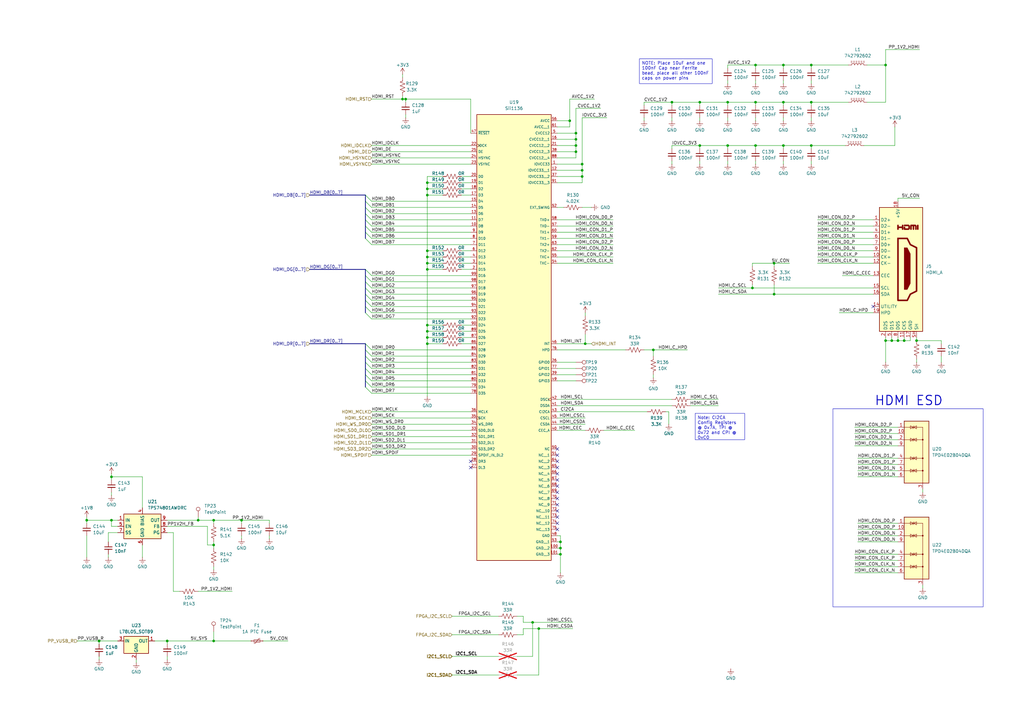
<source format=kicad_sch>
(kicad_sch (version 20231120) (generator "eeschema") (generator_version "8.0")
  (paper "A3")
  (title_block (title "HDMI Transmitter") (date "2024-10-14") (rev "1.0") (company "Drexel University") (comment 1 "Designed by John Hofmeyr"))
  (junction (at 275.59 41.91))
  (junction (at 309.88 26.67))
  (junction (at 332.74 59.69))
  (junction (at 236.22 59.69))
  (junction (at 99.06 213.36))
  (junction (at 175.26 80.01))
  (junction (at 238.76 67.31))
  (junction (at 363.22 139.7))
  (junction (at 87.63 223.52))
  (junction (at 309.88 59.69))
  (junction (at 308.61 118.11))
  (junction (at 175.26 110.49))
  (junction (at 363.22 26.67))
  (junction (at 236.22 57.15))
  (junction (at 166.37 40.64))
  (junction (at 317.5 107.95))
  (junction (at 68.58 262.89))
  (junction (at 287.02 41.91))
  (junction (at 45.72 195.58))
  (junction (at 321.31 41.91))
  (junction (at 321.31 26.67))
  (junction (at 40.64 262.89))
  (junction (at 238.76 69.85))
  (junction (at 267.97 143.51))
  (junction (at 175.26 105.41))
  (junction (at 298.45 59.69))
  (junction (at 81.28 213.36))
  (junction (at 321.31 59.69))
  (junction (at 375.92 139.7))
  (junction (at 370.84 139.7))
  (junction (at 175.26 135.89))
  (junction (at 332.74 41.91))
  (junction (at 175.26 140.97))
  (junction (at 317.5 120.65))
  (junction (at 229.87 227.33))
  (junction (at 165.1 40.64))
  (junction (at 233.68 49.53))
  (junction (at 35.56 213.36))
  (junction (at 45.72 213.36))
  (junction (at 236.22 62.23))
  (junction (at 309.88 41.91))
  (junction (at 236.22 54.61))
  (junction (at 229.87 224.79))
  (junction (at 368.3 139.7))
  (junction (at 229.87 222.25))
  (junction (at 218.44 255.27))
  (junction (at 175.26 77.47))
  (junction (at 332.74 26.67))
  (junction (at 238.76 72.39))
  (junction (at 87.63 262.89))
  (junction (at 287.02 59.69))
  (junction (at 240.03 140.97))
  (junction (at 175.26 138.43))
  (junction (at 175.26 74.93))
  (junction (at 365.76 139.7))
  (junction (at 175.26 107.95))
  (junction (at 298.45 41.91))
  (junction (at 175.26 133.35))
  (junction (at 87.63 213.36))
  (junction (at 220.98 257.81))
  (junction (at 175.26 102.87))
  (no_connect (at 228.6 201.93))
  (no_connect (at 228.6 196.85))
  (no_connect (at 228.6 207.01))
  (no_connect (at 228.6 186.69))
  (no_connect (at 228.6 194.31))
  (no_connect (at 228.6 214.63))
  (no_connect (at 228.6 199.39))
  (no_connect (at 228.6 217.17))
  (no_connect (at 228.6 189.23))
  (no_connect (at 228.6 184.15))
  (no_connect (at 228.6 191.77))
  (no_connect (at 193.04 191.77))
  (no_connect (at 228.6 212.09))
  (no_connect (at 193.04 189.23))
  (no_connect (at 228.6 209.55))
  (no_connect (at 358.14 125.73))
  (no_connect (at 228.6 204.47))
  (bus_entry (at 149.86 148.59) (size 2.54 2.54))
  (bus_entry (at 149.86 125.73) (size 2.54 2.54))
  (bus_entry (at 149.86 110.49) (size 2.54 2.54))
  (bus_entry (at 149.86 123.19) (size 2.54 2.54))
  (bus_entry (at 149.86 85.09) (size 2.54 2.54))
  (bus_entry (at 149.86 128.27) (size 2.54 2.54))
  (bus_entry (at 149.86 90.17) (size 2.54 2.54))
  (bus_entry (at 149.86 113.03) (size 2.54 2.54))
  (bus_entry (at 149.86 95.25) (size 2.54 2.54))
  (bus_entry (at 149.86 156.21) (size 2.54 2.54))
  (bus_entry (at 149.86 87.63) (size 2.54 2.54))
  (bus_entry (at 149.86 120.65) (size 2.54 2.54))
  (bus_entry (at 149.86 92.71) (size 2.54 2.54))
  (bus_entry (at 149.86 140.97) (size 2.54 2.54))
  (bus_entry (at 149.86 158.75) (size 2.54 2.54))
  (bus_entry (at 149.86 80.01) (size 2.54 2.54))
  (bus_entry (at 149.86 143.51) (size 2.54 2.54))
  (bus_entry (at 149.86 151.13) (size 2.54 2.54))
  (bus_entry (at 149.86 97.79) (size 2.54 2.54))
  (bus_entry (at 149.86 146.05) (size 2.54 2.54))
  (bus_entry (at 149.86 153.67) (size 2.54 2.54))
  (bus_entry (at 149.86 118.11) (size 2.54 2.54))
  (bus_entry (at 149.86 115.57) (size 2.54 2.54))
  (bus_entry (at 149.86 82.55) (size 2.54 2.54))
  (wire (pts (xy 236.22 59.69) (xy 236.22 57.15)))
  (wire (pts (xy 85.09 215.9) (xy 85.09 223.52)))
  (wire (pts (xy 175.26 74.93) (xy 181.61 74.93)))
  (wire (pts (xy 214.63 257.81) (xy 220.98 257.81)))
  (wire (pts (xy 233.68 40.64) (xy 243.84 40.64)))
  (wire (pts (xy 175.26 80.01) (xy 175.26 102.87)))
  (wire (pts (xy 228.6 69.85) (xy 238.76 69.85)))
  (wire (pts (xy 175.26 80.01) (xy 181.61 80.01)))
  (wire (pts (xy 228.6 168.91) (xy 265.43 168.91)))
  (wire (pts (xy 68.58 269.24) (xy 68.58 270.51)))
  (wire (pts (xy 298.45 26.67) (xy 298.45 27.94)))
  (wire (pts (xy 386.08 140.97) (xy 386.08 139.7)))
  (wire (pts (xy 175.26 105.41) (xy 175.26 107.95)))
  (wire (pts (xy 375.92 147.32) (xy 375.92 148.59)))
  (wire (pts (xy 321.31 66.04) (xy 321.31 67.31)))
  (wire (pts (xy 351.79 214.63) (xy 368.3 214.63)))
  (wire (pts (xy 267.97 143.51) (xy 281.94 143.51)))
  (wire (pts (xy 152.4 62.23) (xy 193.04 62.23)))
  (wire (pts (xy 228.6 49.53) (xy 233.68 49.53)))
  (wire (pts (xy 152.4 120.65) (xy 193.04 120.65)))
  (wire (pts (xy 321.31 48.26) (xy 321.31 49.53)))
  (wire (pts (xy 228.6 59.69) (xy 236.22 59.69)))
  (wire (pts (xy 175.26 105.41) (xy 181.61 105.41)))
  (wire (pts (xy 321.31 41.91) (xy 332.74 41.91)))
  (wire (pts (xy 228.6 54.61) (xy 236.22 54.61)))
  (wire (pts (xy 152.4 67.31) (xy 193.04 67.31)))
  (wire (pts (xy 321.31 59.69) (xy 332.74 59.69)))
  (bus (pts (xy 149.86 153.67) (xy 149.86 151.13)))
  (wire (pts (xy 351.79 190.5) (xy 368.3 190.5)))
  (wire (pts (xy 351.79 193.04) (xy 368.3 193.04)))
  (wire (pts (xy 87.63 259.08) (xy 87.63 262.89)))
  (wire (pts (xy 321.31 59.69) (xy 321.31 60.96)))
  (wire (pts (xy 236.22 62.23) (xy 236.22 59.69)))
  (bus (pts (xy 149.86 82.55) (xy 149.86 80.01)))
  (wire (pts (xy 189.23 110.49) (xy 193.04 110.49)))
  (wire (pts (xy 309.88 59.69) (xy 309.88 60.96)))
  (wire (pts (xy 58.42 195.58) (xy 58.42 208.28)))
  (wire (pts (xy 350.52 175.26) (xy 368.3 175.26)))
  (wire (pts (xy 378.46 240.03) (xy 378.46 241.3)))
  (wire (pts (xy 264.16 48.26) (xy 264.16 49.53)))
  (wire (pts (xy 85.09 223.52) (xy 87.63 223.52)))
  (bus (pts (xy 149.86 115.57) (xy 149.86 113.03)))
  (wire (pts (xy 212.09 269.24) (xy 218.44 269.24)))
  (wire (pts (xy 214.63 255.27) (xy 218.44 255.27)))
  (wire (pts (xy 220.98 257.81) (xy 234.95 257.81)))
  (wire (pts (xy 152.4 92.71) (xy 193.04 92.71)))
  (wire (pts (xy 68.58 262.89) (xy 87.63 262.89)))
  (wire (pts (xy 375.92 138.43) (xy 375.92 139.7)))
  (wire (pts (xy 351.79 187.96) (xy 368.3 187.96)))
  (wire (pts (xy 175.26 110.49) (xy 181.61 110.49)))
  (wire (pts (xy 351.79 222.25) (xy 368.3 222.25)))
  (wire (pts (xy 152.4 148.59) (xy 193.04 148.59)))
  (wire (pts (xy 298.45 59.69) (xy 309.88 59.69)))
  (wire (pts (xy 274.32 168.91) (xy 274.32 173.99)))
  (wire (pts (xy 321.31 26.67) (xy 321.31 27.94)))
  (wire (pts (xy 247.65 176.53) (xy 260.35 176.53)))
  (wire (pts (xy 40.64 262.89) (xy 40.64 264.16)))
  (wire (pts (xy 298.45 26.67) (xy 309.88 26.67)))
  (wire (pts (xy 368.3 82.55) (xy 368.3 81.28)))
  (bus (pts (xy 149.86 158.75) (xy 149.86 156.21)))
  (bus (pts (xy 149.86 120.65) (xy 149.86 118.11)))
  (wire (pts (xy 350.52 182.88) (xy 368.3 182.88)))
  (wire (pts (xy 309.88 33.02) (xy 309.88 34.29)))
  (wire (pts (xy 308.61 107.95) (xy 317.5 107.95)))
  (wire (pts (xy 185.42 276.86) (xy 204.47 276.86)))
  (wire (pts (xy 350.52 229.87) (xy 368.3 229.87)))
  (wire (pts (xy 229.87 227.33) (xy 229.87 234.95)))
  (wire (pts (xy 267.97 153.67) (xy 267.97 154.94)))
  (wire (pts (xy 99.06 213.36) (xy 99.06 214.63)))
  (wire (pts (xy 351.79 195.58) (xy 368.3 195.58)))
  (wire (pts (xy 152.4 125.73) (xy 193.04 125.73)))
  (bus (pts (xy 149.86 151.13) (xy 149.86 148.59)))
  (wire (pts (xy 321.31 26.67) (xy 332.74 26.67)))
  (wire (pts (xy 35.56 212.09) (xy 35.56 213.36)))
  (wire (pts (xy 193.04 40.64) (xy 193.04 54.61)))
  (bus (pts (xy 149.86 143.51) (xy 149.86 140.97)))
  (wire (pts (xy 152.4 161.29) (xy 193.04 161.29)))
  (wire (pts (xy 152.4 64.77) (xy 193.04 64.77)))
  (wire (pts (xy 152.4 128.27) (xy 193.04 128.27)))
  (wire (pts (xy 175.26 133.35) (xy 175.26 135.89)))
  (wire (pts (xy 212.09 276.86) (xy 220.98 276.86)))
  (wire (pts (xy 165.1 39.37) (xy 165.1 40.64)))
  (wire (pts (xy 189.23 140.97) (xy 193.04 140.97)))
  (wire (pts (xy 152.4 40.64) (xy 165.1 40.64)))
  (bus (pts (xy 127 140.97) (xy 149.86 140.97)))
  (wire (pts (xy 298.45 66.04) (xy 298.45 67.31)))
  (bus (pts (xy 149.86 95.25) (xy 149.86 92.71)))
  (wire (pts (xy 175.26 110.49) (xy 175.26 133.35)))
  (wire (pts (xy 287.02 59.69) (xy 298.45 59.69)))
  (wire (pts (xy 166.37 40.64) (xy 166.37 41.91)))
  (wire (pts (xy 335.28 95.25) (xy 358.14 95.25)))
  (wire (pts (xy 378.46 200.66) (xy 378.46 201.93)))
  (wire (pts (xy 354.33 59.69) (xy 367.03 59.69)))
  (wire (pts (xy 45.72 194.31) (xy 45.72 195.58)))
  (wire (pts (xy 355.6 26.67) (xy 363.22 26.67)))
  (wire (pts (xy 233.68 52.07) (xy 233.68 49.53)))
  (wire (pts (xy 287.02 48.26) (xy 287.02 49.53)))
  (wire (pts (xy 55.88 270.51) (xy 55.88 271.78)))
  (wire (pts (xy 45.72 215.9) (xy 45.72 213.36)))
  (wire (pts (xy 350.52 234.95) (xy 368.3 234.95)))
  (wire (pts (xy 175.26 74.93) (xy 175.26 77.47)))
  (wire (pts (xy 152.4 118.11) (xy 193.04 118.11)))
  (wire (pts (xy 370.84 139.7) (xy 373.38 139.7)))
  (wire (pts (xy 189.23 135.89) (xy 193.04 135.89)))
  (wire (pts (xy 236.22 54.61) (xy 236.22 44.45)))
  (wire (pts (xy 181.61 102.87) (xy 175.26 102.87)))
  (wire (pts (xy 332.74 48.26) (xy 332.74 49.53)))
  (wire (pts (xy 31.75 262.89) (xy 40.64 262.89)))
  (wire (pts (xy 298.45 33.02) (xy 298.45 34.29)))
  (wire (pts (xy 87.63 213.36) (xy 87.63 214.63)))
  (wire (pts (xy 283.21 166.37) (xy 294.64 166.37)))
  (wire (pts (xy 87.63 223.52) (xy 87.63 224.79)))
  (wire (pts (xy 236.22 57.15) (xy 236.22 54.61)))
  (wire (pts (xy 68.58 215.9) (xy 85.09 215.9)))
  (wire (pts (xy 152.4 151.13) (xy 193.04 151.13)))
  (wire (pts (xy 152.4 186.69) (xy 193.04 186.69)))
  (wire (pts (xy 152.4 153.67) (xy 193.04 153.67)))
  (wire (pts (xy 189.23 74.93) (xy 193.04 74.93)))
  (wire (pts (xy 228.6 173.99) (xy 240.03 173.99)))
  (wire (pts (xy 351.79 219.71) (xy 368.3 219.71)))
  (wire (pts (xy 321.31 41.91) (xy 321.31 43.18)))
  (wire (pts (xy 350.52 227.33) (xy 368.3 227.33)))
  (wire (pts (xy 273.05 168.91) (xy 274.32 168.91)))
  (wire (pts (xy 275.59 59.69) (xy 275.59 60.96)))
  (wire (pts (xy 363.22 26.67) (xy 363.22 41.91)))
  (wire (pts (xy 332.74 41.91) (xy 347.98 41.91)))
  (wire (pts (xy 229.87 224.79) (xy 229.87 227.33)))
  (wire (pts (xy 228.6 52.07) (xy 233.68 52.07)))
  (wire (pts (xy 308.61 109.22) (xy 308.61 107.95)))
  (wire (pts (xy 48.26 262.89) (xy 40.64 262.89)))
  (wire (pts (xy 309.88 66.04) (xy 309.88 67.31)))
  (wire (pts (xy 294.64 120.65) (xy 317.5 120.65)))
  (wire (pts (xy 287.02 66.04) (xy 287.02 67.31)))
  (wire (pts (xy 175.26 107.95) (xy 175.26 110.49)))
  (wire (pts (xy 236.22 153.67) (xy 228.6 153.67)))
  (wire (pts (xy 152.4 176.53) (xy 193.04 176.53)))
  (bus (pts (xy 149.86 156.21) (xy 149.86 153.67)))
  (wire (pts (xy 152.4 97.79) (xy 193.04 97.79)))
  (wire (pts (xy 175.26 135.89) (xy 175.26 138.43)))
  (wire (pts (xy 365.76 138.43) (xy 365.76 139.7)))
  (wire (pts (xy 175.26 140.97) (xy 181.61 140.97)))
  (wire (pts (xy 298.45 59.69) (xy 298.45 60.96)))
  (wire (pts (xy 175.26 102.87) (xy 175.26 105.41)))
  (wire (pts (xy 220.98 257.81) (xy 220.98 276.86)))
  (wire (pts (xy 81.28 212.09) (xy 81.28 213.36)))
  (wire (pts (xy 355.6 41.91) (xy 363.22 41.91)))
  (wire (pts (xy 152.4 123.19) (xy 193.04 123.19)))
  (bus (pts (xy 149.86 113.03) (xy 149.86 110.49)))
  (wire (pts (xy 332.74 26.67) (xy 347.98 26.67)))
  (bus (pts (xy 149.86 90.17) (xy 149.86 87.63)))
  (wire (pts (xy 166.37 40.64) (xy 193.04 40.64)))
  (wire (pts (xy 251.46 97.79) (xy 228.6 97.79)))
  (wire (pts (xy 275.59 66.04) (xy 275.59 67.31)))
  (wire (pts (xy 152.4 85.09) (xy 193.04 85.09)))
  (bus (pts (xy 149.86 123.19) (xy 149.86 120.65)))
  (wire (pts (xy 189.23 105.41) (xy 193.04 105.41)))
  (wire (pts (xy 152.4 95.25) (xy 193.04 95.25)))
  (wire (pts (xy 152.4 184.15) (xy 193.04 184.15)))
  (wire (pts (xy 185.42 260.35) (xy 204.47 260.35)))
  (wire (pts (xy 363.22 20.32) (xy 377.19 20.32)))
  (bus (pts (xy 149.86 128.27) (xy 149.86 125.73)))
  (wire (pts (xy 308.61 116.84) (xy 308.61 118.11)))
  (wire (pts (xy 87.63 222.25) (xy 87.63 223.52)))
  (wire (pts (xy 317.5 107.95) (xy 323.85 107.95)))
  (wire (pts (xy 332.74 66.04) (xy 332.74 67.31)))
  (wire (pts (xy 152.4 82.55) (xy 193.04 82.55)))
  (bus (pts (xy 149.86 92.71) (xy 149.86 90.17)))
  (wire (pts (xy 309.88 41.91) (xy 321.31 41.91)))
  (wire (pts (xy 335.28 92.71) (xy 358.14 92.71)))
  (wire (pts (xy 228.6 62.23) (xy 236.22 62.23)))
  (wire (pts (xy 309.88 26.67) (xy 309.88 27.94)))
  (wire (pts (xy 35.56 213.36) (xy 45.72 213.36)))
  (wire (pts (xy 228.6 85.09) (xy 231.14 85.09)))
  (wire (pts (xy 107.95 262.89) (xy 118.11 262.89)))
  (wire (pts (xy 251.46 105.41) (xy 228.6 105.41)))
  (wire (pts (xy 335.28 100.33) (xy 358.14 100.33)))
  (wire (pts (xy 321.31 33.02) (xy 321.31 34.29)))
  (wire (pts (xy 40.64 269.24) (xy 40.64 270.51)))
  (wire (pts (xy 275.59 41.91) (xy 275.59 43.18)))
  (wire (pts (xy 175.26 135.89) (xy 181.61 135.89)))
  (wire (pts (xy 283.21 163.83) (xy 294.64 163.83)))
  (wire (pts (xy 228.6 163.83) (xy 275.59 163.83)))
  (wire (pts (xy 238.76 69.85) (xy 238.76 72.39)))
  (wire (pts (xy 181.61 72.39) (xy 175.26 72.39)))
  (wire (pts (xy 175.26 107.95) (xy 181.61 107.95)))
  (wire (pts (xy 152.4 156.21) (xy 193.04 156.21)))
  (wire (pts (xy 236.22 151.13) (xy 228.6 151.13)))
  (wire (pts (xy 238.76 85.09) (xy 242.57 85.09)))
  (wire (pts (xy 212.09 260.35) (xy 214.63 260.35)))
  (wire (pts (xy 240.03 137.16) (xy 240.03 140.97)))
  (wire (pts (xy 81.28 213.36) (xy 87.63 213.36)))
  (wire (pts (xy 189.23 138.43) (xy 193.04 138.43)))
  (wire (pts (xy 228.6 57.15) (xy 236.22 57.15)))
  (wire (pts (xy 152.4 87.63) (xy 193.04 87.63)))
  (wire (pts (xy 45.72 201.93) (xy 45.72 203.2)))
  (wire (pts (xy 275.59 48.26) (xy 275.59 49.53)))
  (wire (pts (xy 294.64 118.11) (xy 308.61 118.11)))
  (wire (pts (xy 99.06 219.71) (xy 99.06 220.98)))
  (wire (pts (xy 233.68 40.64) (xy 233.68 49.53)))
  (wire (pts (xy 332.74 59.69) (xy 332.74 60.96)))
  (wire (pts (xy 45.72 195.58) (xy 45.72 196.85)))
  (wire (pts (xy 193.04 72.39) (xy 189.23 72.39)))
  (wire (pts (xy 175.26 77.47) (xy 175.26 80.01)))
  (wire (pts (xy 45.72 213.36) (xy 48.26 213.36)))
  (wire (pts (xy 228.6 171.45) (xy 240.03 171.45)))
  (wire (pts (xy 251.46 102.87) (xy 228.6 102.87)))
  (wire (pts (xy 228.6 166.37) (xy 275.59 166.37)))
  (wire (pts (xy 152.4 143.51) (xy 193.04 143.51)))
  (wire (pts (xy 309.88 48.26) (xy 309.88 49.53)))
  (bus (pts (xy 127 80.01) (xy 149.86 80.01)))
  (wire (pts (xy 240.03 128.27) (xy 240.03 129.54)))
  (wire (pts (xy 152.4 100.33) (xy 193.04 100.33)))
  (wire (pts (xy 228.6 143.51) (xy 256.54 143.51)))
  (wire (pts (xy 228.6 140.97) (xy 240.03 140.97)))
  (wire (pts (xy 368.3 138.43) (xy 368.3 139.7)))
  (wire (pts (xy 214.63 260.35) (xy 214.63 257.81)))
  (wire (pts (xy 228.6 219.71) (xy 229.87 219.71)))
  (wire (pts (xy 287.02 41.91) (xy 298.45 41.91)))
  (wire (pts (xy 332.74 33.02) (xy 332.74 34.29)))
  (wire (pts (xy 181.61 133.35) (xy 175.26 133.35)))
  (bus (pts (xy 149.86 118.11) (xy 149.86 115.57)))
  (wire (pts (xy 368.3 139.7) (xy 370.84 139.7)))
  (wire (pts (xy 189.23 107.95) (xy 193.04 107.95)))
  (wire (pts (xy 152.4 173.99) (xy 193.04 173.99)))
  (bus (pts (xy 149.86 97.79) (xy 149.86 95.25)))
  (wire (pts (xy 35.56 213.36) (xy 35.56 214.63)))
  (wire (pts (xy 71.12 242.57) (xy 71.12 218.44)))
  (wire (pts (xy 332.74 41.91) (xy 332.74 43.18)))
  (wire (pts (xy 236.22 156.21) (xy 228.6 156.21)))
  (wire (pts (xy 165.1 40.64) (xy 166.37 40.64)))
  (wire (pts (xy 363.22 139.7) (xy 363.22 148.59)))
  (wire (pts (xy 73.66 242.57) (xy 71.12 242.57)))
  (wire (pts (xy 81.28 242.57) (xy 95.25 242.57)))
  (bus (pts (xy 149.86 146.05) (xy 149.86 143.51)))
  (wire (pts (xy 370.84 138.43) (xy 370.84 139.7)))
  (wire (pts (xy 309.88 59.69) (xy 321.31 59.69)))
  (bus (pts (xy 149.86 87.63) (xy 149.86 85.09)))
  (wire (pts (xy 251.46 90.17) (xy 228.6 90.17)))
  (bus (pts (xy 127 110.49) (xy 149.86 110.49)))
  (wire (pts (xy 317.5 120.65) (xy 358.14 120.65)))
  (wire (pts (xy 238.76 74.93) (xy 238.76 72.39)))
  (wire (pts (xy 363.22 139.7) (xy 365.76 139.7)))
  (wire (pts (xy 350.52 177.8) (xy 368.3 177.8)))
  (wire (pts (xy 335.28 97.79) (xy 358.14 97.79)))
  (wire (pts (xy 152.4 130.81) (xy 193.04 130.81)))
  (wire (pts (xy 165.1 30.48) (xy 165.1 31.75)))
  (wire (pts (xy 251.46 95.25) (xy 228.6 95.25)))
  (wire (pts (xy 228.6 67.31) (xy 238.76 67.31)))
  (wire (pts (xy 229.87 219.71) (xy 229.87 222.25)))
  (wire (pts (xy 335.28 90.17) (xy 358.14 90.17)))
  (wire (pts (xy 345.44 113.03) (xy 358.14 113.03)))
  (wire (pts (xy 218.44 255.27) (xy 234.95 255.27)))
  (wire (pts (xy 344.17 128.27) (xy 358.14 128.27)))
  (wire (pts (xy 228.6 74.93) (xy 238.76 74.93)))
  (wire (pts (xy 152.4 181.61) (xy 193.04 181.61)))
  (wire (pts (xy 350.52 232.41) (xy 368.3 232.41)))
  (wire (pts (xy 152.4 171.45) (xy 193.04 171.45)))
  (wire (pts (xy 58.42 223.52) (xy 58.42 228.6)))
  (wire (pts (xy 152.4 59.69) (xy 193.04 59.69)))
  (wire (pts (xy 110.49 213.36) (xy 110.49 214.63)))
  (wire (pts (xy 287.02 41.91) (xy 287.02 43.18)))
  (wire (pts (xy 48.26 218.44) (xy 44.45 218.44)))
  (wire (pts (xy 317.5 116.84) (xy 317.5 120.65)))
  (wire (pts (xy 298.45 41.91) (xy 309.88 41.91)))
  (wire (pts (xy 152.4 179.07) (xy 193.04 179.07)))
  (wire (pts (xy 228.6 72.39) (xy 238.76 72.39)))
  (wire (pts (xy 228.6 227.33) (xy 229.87 227.33)))
  (wire (pts (xy 351.79 217.17) (xy 368.3 217.17)))
  (wire (pts (xy 228.6 224.79) (xy 229.87 224.79)))
  (wire (pts (xy 44.45 218.44) (xy 44.45 222.25)))
  (wire (pts (xy 212.09 252.73) (xy 214.63 252.73)))
  (wire (pts (xy 193.04 133.35) (xy 189.23 133.35)))
  (wire (pts (xy 287.02 59.69) (xy 287.02 60.96)))
  (wire (pts (xy 152.4 146.05) (xy 193.04 146.05)))
  (wire (pts (xy 335.28 105.41) (xy 358.14 105.41)))
  (wire (pts (xy 68.58 213.36) (xy 81.28 213.36)))
  (wire (pts (xy 193.04 102.87) (xy 189.23 102.87)))
  (wire (pts (xy 45.72 195.58) (xy 58.42 195.58)))
  (wire (pts (xy 87.63 232.41) (xy 87.63 233.68)))
  (wire (pts (xy 175.26 72.39) (xy 175.26 74.93)))
  (wire (pts (xy 175.26 138.43) (xy 175.26 140.97)))
  (wire (pts (xy 175.26 140.97) (xy 175.26 162.56)))
  (wire (pts (xy 363.22 20.32) (xy 363.22 26.67)))
  (wire (pts (xy 275.59 59.69) (xy 287.02 59.69)))
  (wire (pts (xy 386.08 146.05) (xy 386.08 148.59)))
  (wire (pts (xy 99.06 213.36) (xy 110.49 213.36)))
  (wire (pts (xy 68.58 264.16) (xy 68.58 262.89)))
  (wire (pts (xy 44.45 227.33) (xy 44.45 228.6)))
  (wire (pts (xy 236.22 148.59) (xy 228.6 148.59)))
  (wire (pts (xy 264.16 41.91) (xy 264.16 43.18)))
  (wire (pts (xy 251.46 100.33) (xy 228.6 100.33)))
  (wire (pts (xy 332.74 59.69) (xy 346.71 59.69)))
  (wire (pts (xy 229.87 222.25) (xy 229.87 224.79)))
  (bus (pts (xy 149.86 125.73) (xy 149.86 123.19)))
  (wire (pts (xy 214.63 252.73) (xy 214.63 255.27)))
  (wire (pts (xy 175.26 77.47) (xy 181.61 77.47)))
  (wire (pts (xy 298.45 48.26) (xy 298.45 49.53)))
  (wire (pts (xy 87.63 262.89) (xy 102.87 262.89)))
  (wire (pts (xy 264.16 143.51) (xy 267.97 143.51)))
  (wire (pts (xy 363.22 138.43) (xy 363.22 139.7)))
  (wire (pts (xy 317.5 107.95) (xy 317.5 109.22)))
  (wire (pts (xy 264.16 41.91) (xy 275.59 41.91)))
  (bus (pts (xy 149.86 85.09) (xy 149.86 82.55)))
  (wire (pts (xy 368.3 81.28) (xy 377.19 81.28)))
  (wire (pts (xy 365.76 139.7) (xy 368.3 139.7)))
  (wire (pts (xy 228.6 222.25) (xy 229.87 222.25)))
  (wire (pts (xy 35.56 219.71) (xy 35.56 228.6)))
  (wire (pts (xy 152.4 168.91) (xy 193.04 168.91)))
  (wire (pts (xy 175.26 138.43) (xy 181.61 138.43)))
  (wire (pts (xy 152.4 158.75) (xy 193.04 158.75)))
  (wire (pts (xy 218.44 255.27) (xy 218.44 269.24)))
  (wire (pts (xy 332.74 26.67) (xy 332.74 27.94)))
  (wire (pts (xy 308.61 118.11) (xy 358.14 118.11)))
  (wire (pts (xy 166.37 46.99) (xy 166.37 48.26)))
  (wire (pts (xy 87.63 213.36) (xy 99.06 213.36)))
  (wire (pts (xy 185.42 269.24) (xy 204.47 269.24)))
  (wire (pts (xy 110.49 219.71) (xy 110.49 220.98)))
  (wire (pts (xy 152.4 90.17) (xy 193.04 90.17)))
  (bus (pts (xy 149.86 148.59) (xy 149.86 146.05)))
  (wire (pts (xy 189.23 77.47) (xy 193.04 77.47)))
  (wire (pts (xy 228.6 176.53) (xy 240.03 176.53)))
  (wire (pts (xy 267.97 143.51) (xy 267.97 146.05)))
  (wire (pts (xy 48.26 215.9) (xy 45.72 215.9)))
  (wire (pts (xy 298.45 41.91) (xy 298.45 43.18)))
  (wire (pts (xy 152.4 115.57) (xy 193.04 115.57)))
  (wire (pts (xy 367.03 52.07) (xy 367.03 59.69)))
  (wire (pts (xy 335.28 102.87) (xy 358.14 102.87)))
  (wire (pts (xy 373.38 138.43) (xy 373.38 139.7)))
  (wire (pts (xy 236.22 64.77) (xy 236.22 62.23)))
  (wire (pts (xy 350.52 180.34) (xy 368.3 180.34)))
  (wire (pts (xy 240.03 140.97) (xy 242.57 140.97)))
  (wire (pts (xy 63.5 262.89) (xy 68.58 262.89)))
  (wire (pts (xy 185.42 252.73) (xy 204.47 252.73)))
  (wire (pts (xy 309.88 41.91) (xy 309.88 43.18)))
  (wire (pts (xy 335.28 107.95) (xy 358.14 107.95)))
  (wire (pts (xy 309.88 26.67) (xy 321.31 26.67)))
  (wire (pts (xy 228.6 64.77) (xy 236.22 64.77)))
  (wire (pts (xy 251.46 107.95) (xy 228.6 107.95)))
  (wire (pts (xy 275.59 41.91) (xy 287.02 41.91)))
  (wire (pts (xy 152.4 113.03) (xy 193.04 113.03)))
  (wire (pts (xy 71.12 218.44) (xy 68.58 218.44)))
  (wire (pts (xy 251.46 92.71) (xy 228.6 92.71)))
  (wire (pts (xy 238.76 48.26) (xy 248.92 48.26)))
  (wire (pts (xy 238.76 67.31) (xy 238.76 69.85)))
  (wire (pts (xy 386.08 139.7) (xy 375.92 139.7)))
  (wire (pts (xy 236.22 44.45) (xy 246.38 44.45)))
  (wire (pts (xy 238.76 67.31) (xy 238.76 48.26)))
  (wire (pts (xy 189.23 80.01) (xy 193.04 80.01)))
  (rectangle (start 341.63 167.64) (end 403.225 248.92))
  (text_box "Note: CI2CA Config Registers @ 0x7A, TPI @ 0x72 and CPI @ 0xC0" (at 285.115 169.545 0) (size 20.32 10.795) (effects (font (size 1.27 1.27)) (justify left top)))
  (text_box "NOTE: Place 10uF and one 100nF Cap near Ferrite bead, place all other 100nF caps on power pins\n" (at 262.255 24.13 0) (size 29.845 10.16) (effects (font (size 1.27 1.27)) (justify left top)))
  (text "HDMI ESD" (at 372.745 164.465 0) (effects (font (size 3.81 3.81) (thickness 0.381) (bold yes))))
  (label "HDMI_CON_D1_N" (at 351.79 193.04 0))
  (label "HDMI_SD0_DL0" (at 152.4 176.53 0))
  (label "HDMI_CSCL" (at 240.03 171.45 180))
  (label "HDMI_C_HPD" (at 344.17 128.27 0))
  (label "5V_CON" (at 118.11 262.89 180))
  (label "HDMI_DR0" (at 152.4 143.51 0))
  (label "HDMI_SPDIF" (at 152.4 186.69 0))
  (label "HDMI_C_SCL" (at 294.64 163.83 180))
  (label "PP_1V2_HDMI" (at 95.25 213.36 0))
  (label "HDMI_CON_D0_P" (at 351.79 214.63 0))
  (label "HDMI_CON_D1_N" (at 335.28 97.79 0))
  (label "HDMI_C_SDA" (at 294.64 120.65 0))
  (label "HDMI_DR5" (at 152.4 156.21 0))
  (label "HDMI_CON_D2_P" (at 350.52 175.26 0))
  (label "HDMI_DG0" (at 152.4 113.03 0))
  (label "HDMI_CON_CLK_N" (at 350.52 232.41 0))
  (label "HDMI_DR3" (at 152.4 151.13 0))
  (label "HDMI_SDA" (at 229.87 166.37 0))
  (label "HDMI_CEC" (at 238.76 176.53 180))
  (label "HDMI_CON_D2_N" (at 335.28 92.71 0))
  (label "CVCC_1V2" (at 264.16 41.91 0))
  (label "HDMI_SD3_DR2" (at 152.4 184.15 0))
  (label "HDMI_CON_CLK_P" (at 350.52 227.33 0))
  (label "HDMI_CON_D2_P" (at 350.52 177.8 0))
  (label "HDMI_CON_D2_P" (at 335.28 90.17 0))
  (label "HDMI_DB3" (at 152.4 90.17 0))
  (label "HDMI_DE" (at 152.4 62.23 0))
  (label "HDMI_CON_CLK_N" (at 335.28 107.95 0))
  (label "HDMI_DG1" (at 152.4 115.57 0))
  (label "5V_CON" (at 323.85 107.95 180))
  (label "PP_1V2_HDMI" (at 95.25 242.57 180))
  (label "HDMI_DR7" (at 152.4 161.29 0))
  (label "HDMI_DR4" (at 152.4 153.67 0))
  (label "HDMI_C_SCL" (at 294.64 118.11 0))
  (label "HDMI_HSYNC" (at 152.4 64.77 0))
  (label "HDMI_CON_D1_P" (at 351.79 190.5 0))
  (label "I2C1_SCL" (at 186.69 269.24 0) (effects (font (bold yes))))
  (label "HDMI_CON_D2_P" (at 251.46 100.33 180))
  (label "HDMI_DG[0..7]" (at 127 110.49 0))
  (label "HDMI_WS_DR0" (at 152.4 173.99 0))
  (label "Ci2CA" (at 229.87 168.91 0))
  (label "AVCC_1V2" (at 243.84 40.64 180))
  (label "HDMI_DB2" (at 152.4 87.63 0))
  (label "HDMI_CON_D0_P" (at 351.79 217.17 0))
  (label "HDMI_DB[0..7]" (at 127 80.01 0))
  (label "IOVCC_3V3" (at 248.92 48.26 180))
  (label "HDMI_CON_D1_N" (at 251.46 97.79 180))
  (label "AVCC_1V2" (at 298.45 26.67 0))
  (label "HDMI_CON_D0_P" (at 251.46 90.17 180))
  (label "HDMI_CON_D1_P" (at 251.46 95.25 180))
  (label "HDMI_CON_CLK_P" (at 251.46 105.41 180))
  (label "PP1V2H_FB" (at 68.58 215.9 0))
  (label "HDMI_CON_CLK_N" (at 251.46 107.95 180))
  (label "HDMI_CON_D0_N" (at 351.79 219.71 0))
  (label "HDMI_CSCL" (at 234.95 255.27 180))
  (label "HDMI_SD2_DL1" (at 152.4 181.61 0))
  (label "HDMI_C_CEC" (at 345.44 113.03 0))
  (label "HDMI_SD1_DR1" (at 152.4 179.07 0))
  (label "HDMI_DB7" (at 152.4 100.33 0))
  (label "HDMI_DR2" (at 152.4 148.59 0))
  (label "IOVCC_3V3" (at 275.59 59.69 0))
  (label "HDMI_DB0" (at 152.4 82.55 0))
  (label "HDMI_C_HPD" (at 281.94 143.51 180))
  (label "I2C1_SDA" (at 186.69 276.86 0) (effects (font (bold yes))))
  (label "5V_SYS" (at 85.09 262.89 180))
  (label "HDMI_CON_D2_N" (at 350.52 182.88 0))
  (label "HDMI_DG3" (at 152.4 120.65 0))
  (label "HDMI_SCK" (at 152.4 171.45 0))
  (label "HDMI_CON_D0_N" (at 251.46 92.71 180))
  (label "HDMI_DR[0..7]" (at 127 140.97 0))
  (label "HDMI_C_SDA" (at 294.64 166.37 180))
  (label "HDMI_CSDA" (at 240.03 173.99 180))
  (label "HDMI_DB1" (at 152.4 85.09 0))
  (label "HDMI_CON_CLK_P" (at 350.52 229.87 0))
  (label "HDMI_CON_D0_N" (at 351.79 222.25 0))
  (label "HDMI_CON_D2_N" (at 350.52 180.34 0))
  (label "HDMI_DG4" (at 152.4 123.19 0))
  (label "HDMI_IDCLK" (at 152.4 59.69 0))
  (label "FPGA_I2C_SCL" (at 187.96 252.73 0))
  (label "HDMI_DR1" (at 152.4 146.05 0))
  (label "HDMI_INT" (at 229.87 140.97 0))
  (label "HDMI_CON_D1_N" (at 351.79 195.58 0))
  (label "CVCC_1V2" (at 246.38 44.45 180))
  (label "HDMI_DG2" (at 152.4 118.11 0))
  (label "HDMI_CSDA" (at 234.95 257.81 180))
  (label "HDMI_CON_D1_P" (at 351.79 187.96 0))
  (label "HDMI_C_CEC" (at 260.35 176.53 180))
  (label "HDMI_CON_D2_N" (at 251.46 102.87 180))
  (label "HDMI_CON_D1_P" (at 335.28 95.25 0))
  (label "HDMI_SCL" (at 229.87 163.83 0))
  (label "HDMI_MCLK" (at 152.4 168.91 0))
  (label "5V_CON" (at 377.19 81.28 180))
  (label "HDMI_CON_CLK_N" (at 350.52 234.95 0))
  (label "HDMI_CON_D0_P" (at 335.28 100.33 0))
  (label "PP_1V2_HDMI" (at 377.19 20.32 180))
  (label "HDMI_DB4" (at 152.4 92.71 0))
  (label "PP_VUSB_R" (at 31.75 262.89 0))
  (label "HDMI_DG7" (at 152.4 130.81 0))
  (label "HDMI_DR6" (at 152.4 158.75 0))
  (label "HDMI_VSYNC" (at 152.4 67.31 0))
  (label "HDMI_DG6" (at 152.4 128.27 0))
  (label "HDMI_RST" (at 152.4 40.64 0))
  (label "HDMI_DB5" (at 152.4 95.25 0))
  (label "HDMI_DG5" (at 152.4 125.73 0))
  (label "FPGA_I2C_SDA" (at 187.96 260.35 0))
  (label "HDMI_DB6" (at 152.4 97.79 0))
  (label "HDMI_CON_CLK_P" (at 335.28 105.41 0))
  (label "HDMI_CON_D0_N" (at 335.28 102.87 0))
  (hierarchical_label "HDMI_DR[0..7]" (shape input) (at 127 140.97 180))
  (hierarchical_label "FPGA_I2C_SDA" (shape input) (at 185.42 260.35 180))
  (hierarchical_label "I2C1_SCL" (shape input) (at 185.42 269.24 180) (effects (font (bold yes))))
  (hierarchical_label "PP_VUSB_R" (shape input) (at 31.75 262.89 180))
  (hierarchical_label "HDMI_SD3_DR2" (shape input) (at 152.4 184.15 180))
  (hierarchical_label "HDMI_DG[0..7]" (shape input) (at 127 110.49 180))
  (hierarchical_label "HDMI_DE" (shape input) (at 152.4 62.23 180))
  (hierarchical_label "I2C1_SDA" (shape input) (at 185.42 276.86 180) (effects (font (bold yes))))
  (hierarchical_label "HDMI_MCLK" (shape input) (at 152.4 168.91 180))
  (hierarchical_label "HDMI_SD1_DR1" (shape input) (at 152.4 179.07 180))
  (hierarchical_label "HDMI_INT" (shape input) (at 242.57 140.97 0))
  (hierarchical_label "HDMI_RST" (shape input) (at 152.4 40.64 180))
  (hierarchical_label "HDMI_WS_DR0" (shape input) (at 152.4 173.99 180))
  (hierarchical_label "HDMI_SD0_DL0" (shape input) (at 152.4 176.53 180))
  (hierarchical_label "HDMI_SD2_DL1" (shape input) (at 152.4 181.61 180))
  (hierarchical_label "HDMI_VSYNC" (shape input) (at 152.4 67.31 180))
  (hierarchical_label "HDMI_IDCLK" (shape input) (at 152.4 59.69 180))
  (hierarchical_label "HDMI_HSYNC" (shape input) (at 152.4 64.77 180))
  (hierarchical_label "HDMI_DB[0..7]" (shape input) (at 127 80.01 180))
  (hierarchical_label "HDMI_SCK" (shape input) (at 152.4 171.45 180))
  (hierarchical_label "HDMI_SPDIF" (shape input) (at 152.4 186.69 180))
  (hierarchical_label "FPGA_I2C_SCL" (shape input) (at 185.42 252.73 180))
  (symbol (lib_id "power:GND") (at 87.63 233.68 0) (unit 1)
    (property "Reference" "#PWR0303" (effects (hide yes)))
    (property "Value" "GND" (at 87.63 237.49 0))
    (property "Description" "Power symbol creates a global label with name \"GND\" , ground" (effects (hide yes)))
  )
  (symbol (lib_id "power:GND") (at 35.56 228.6 0) (unit 1)
    (property "Reference" "#PWR0300" (effects (hide yes)))
    (property "Value" "GND" (at 35.56 232.41 0))
    (property "Description" "Power symbol creates a global label with name \"GND\" , ground" (effects (hide yes)))
  )
  (symbol (lib_id "Device:R_US") (at 185.42 77.47 270) (unit 1)
    (property "Reference" "R150" (at 179.705 76.2 90))
    (property "Value" "0R" (at 189.23 76.2 90))
    (property "Footprint" "Resistor_SMD:R_0201_0603Metric" (effects (hide yes)))
    (property "Description" "Resistor, US symbol" (effects (hide yes)))
  )
  (symbol (lib_id "Device:L_Ferrite") (at 351.79 26.67 90) (unit 1)
    (property "Reference" "L1" (at 351.79 20.32 90))
    (property "Value" "742792602" (at 351.79 22.86 90))
    (property "Footprint" "Inductor_SMD:L_0603_1608Metric" (effects (hide yes)))
    (property "Description" "Inductor with ferrite core" (effects (hide yes)))
  )
  (symbol (lib_id "power:GND") (at 309.88 34.29 0) (unit 1)
    (property "Reference" "#PWR0268" (effects (hide yes)))
    (property "Value" "GND" (at 309.88 38.1 0))
    (property "Description" "Power symbol creates a global label with name \"GND\" , ground" (effects (hide yes)))
  )
  (symbol (lib_id "Device:C_Small") (at 68.58 266.7 180) (unit 1)
    (property "Reference" "C149" (at 71.12 265.4235 0) (effects (justify right)))
    (property "Value" "100nF" (at 71.12 267.9635 0) (effects (justify right)))
    (property "Footprint" "Capacitor_SMD:C_0201_0603Metric" (effects (hide yes)))
    (property "Description" "Unpolarized capacitor, small symbol" (effects (hide yes)))
  )
  (symbol (lib_id "Device:C_Small") (at 40.64 266.7 0) (unit 1)
    (property "Reference" "C148" (at 43.18 265.4362 0) (effects (justify left)))
    (property "Value" "1uF" (at 43.18 267.9762 0) (effects (justify left)))
    (property "Footprint" "Capacitor_SMD:C_0201_0603Metric" (effects (hide yes)))
    (property "Description" "Unpolarized capacitor, small symbol" (effects (hide yes)))
  )
  (symbol (lib_id "power:GND") (at 363.22 148.59 0) (unit 1)
    (property "Reference" "#PWR0288" (effects (hide yes)))
    (property "Value" "GND" (at 363.22 152.4 0))
    (property "Description" "Power symbol creates a global label with name \"GND\" , ground" (effects (hide yes)))
  )
  (symbol (lib_id "Device:C_Small") (at 332.74 63.5 0) (unit 1)
    (property "Reference" "C141" (at 335.28 62.2362 0) (effects (justify left)))
    (property "Value" "10uF" (at 335.28 64.7762 0) (effects (justify left)))
    (property "Footprint" "Capacitor_SMD:C_0603_1608Metric" (effects (hide yes)))
    (property "Description" "Unpolarized capacitor, small symbol" (effects (hide yes)))
  )
  (symbol (lib_id "power:+1V8") (at 35.56 212.09 0) (unit 1)
    (property "Reference" "#PWR0297" (effects (hide yes)))
    (property "Value" "+1V8" (at 35.56 208.28 0))
    (property "Description" "Power symbol creates a global label with name \"+1V8\"" (effects (hide yes)))
  )
  (symbol (lib_id "Regulator_Linear:L78L05_SOT89") (at 55.88 262.89 0) (unit 1)
    (property "Reference" "U23" (at 55.88 256.54 0))
    (property "Value" "L78L05_SOT89" (at 55.88 259.08 0))
    (property "Footprint" "Package_TO_SOT_SMD:SOT-89-3" (effects (hide yes)))
    (property "Datasheet" "http://www.st.com/content/ccc/resource/technical/document/datasheet/15/55/e5/aa/23/5b/43/fd/CD00000446.pdf/files/CD00000446.pdf/jcr:content/translations/en.CD00000446.pdf" (effects (hide yes)))
    (property "Description" "Positive 100mA 30V Linear Regulator, Fixed Output 5V, SOT-89" (effects (hide yes)))
  )
  (symbol (lib_id "Device:R_US") (at 185.42 140.97 270) (unit 1)
    (property "Reference" "R159" (at 179.705 139.7 90))
    (property "Value" "0R" (at 189.23 139.7 90))
    (property "Footprint" "Resistor_SMD:R_0201_0603Metric" (effects (hide yes)))
    (property "Description" "Resistor, US symbol" (effects (hide yes)))
  )
  (symbol (lib_id "Device:C_Small") (at 386.08 143.51 0) (unit 1)
    (property "Reference" "C142" (at 388.62 142.2462 0) (effects (justify left)))
    (property "Value" "10nF" (at 388.62 144.7862 0) (effects (justify left)))
    (property "Footprint" "Capacitor_SMD:C_0201_0603Metric" (effects (hide yes)))
    (property "Description" "Unpolarized capacitor, small symbol" (effects (hide yes)))
  )
  (symbol (lib_id "power:GND") (at 309.88 49.53 0) (unit 1)
    (property "Reference" "#PWR0276" (effects (hide yes)))
    (property "Value" "GND" (at 309.88 53.34 0))
    (property "Description" "Power symbol creates a global label with name \"GND\" , ground" (effects (hide yes)))
  )
  (symbol (lib_id "Device:C_Small") (at 332.74 45.72 0) (unit 1)
    (property "Reference" "C135" (at 335.28 44.4562 0) (effects (justify left)))
    (property "Value" "10uF" (at 335.28 46.9962 0) (effects (justify left)))
    (property "Footprint" "Capacitor_SMD:C_0603_1608Metric" (effects (hide yes)))
    (property "Description" "Unpolarized capacitor, small symbol" (effects (hide yes)))
  )
  (symbol (lib_id "power:GND") (at 274.32 173.99 0) (mirror y) (unit 1)
    (property "Reference" "#PWR0293" (effects (hide yes)))
    (property "Value" "GND" (at 274.32 177.8 0))
    (property "Description" "Power symbol creates a global label with name \"GND\" , ground" (effects (hide yes)))
  )
  (symbol (lib_id "power:GND") (at 110.49 220.98 0) (unit 1)
    (property "Reference" "#PWR0299" (effects (hide yes)))
    (property "Value" "GND" (at 110.49 224.79 0))
    (property "Description" "Power symbol creates a global label with name \"GND\" , ground" (effects (hide yes)))
  )
  (symbol (lib_id "power:GND") (at 386.08 148.59 0) (unit 1)
    (property "Reference" "#PWR0290" (effects (hide yes)))
    (property "Value" "GND" (at 386.08 152.4 0))
    (property "Description" "Power symbol creates a global label with name \"GND\" , ground" (effects (hide yes)))
  )
  (symbol (lib_id "Device:C_Small") (at 35.56 217.17 0) (unit 1)
    (property "Reference" "C144" (at 38.1 215.9062 0) (effects (justify left)))
    (property "Value" "10uF" (at 38.1 218.4462 0) (effects (justify left)))
    (property "Footprint" "Capacitor_SMD:C_0603_1608Metric" (effects (hide yes)))
    (property "Description" "Unpolarized capacitor, small symbol" (effects (hide yes)))
  )
  (symbol (lib_id "power:GND") (at 309.88 67.31 0) (unit 1)
    (property "Reference" "#PWR0283" (effects (hide yes)))
    (property "Value" "GND" (at 309.88 71.12 0))
    (property "Description" "Power symbol creates a global label with name \"GND\" , ground" (effects (hide yes)))
  )
  (symbol (lib_id "Device:R_US") (at 185.42 110.49 270) (unit 1)
    (property "Reference" "R155" (at 179.705 109.22 90))
    (property "Value" "0R" (at 189.23 109.22 90))
    (property "Footprint" "Resistor_SMD:R_0201_0603Metric" (effects (hide yes)))
    (property "Description" "Resistor, US symbol" (effects (hide yes)))
  )
  (symbol (lib_id "Device:C_Small") (at 44.45 224.79 0) (unit 1)
    (property "Reference" "C147" (at 46.99 223.5262 0) (effects (justify left)))
    (property "Value" "10nF" (at 46.99 226.0662 0) (effects (justify left)))
    (property "Footprint" "Capacitor_SMD:C_0201_0603Metric" (effects (hide yes)))
    (property "Description" "Unpolarized capacitor, small symbol" (effects (hide yes)))
  )
  (symbol (lib_id "Device:R_US") (at 243.84 176.53 90) (unit 1)
    (property "Reference" "R140" (at 243.84 181.61 90))
    (property "Value" "33R" (at 243.84 179.07 90))
    (property "Footprint" "Resistor_SMD:R_0201_0603Metric" (effects (hide yes)))
    (property "Description" "Resistor, US symbol" (effects (hide yes)))
  )
  (symbol (lib_id "power:GND") (at 332.74 67.31 0) (unit 1)
    (property "Reference" "#PWR0285" (effects (hide yes)))
    (property "Value" "GND" (at 332.74 71.12 0))
    (property "Description" "Power symbol creates a global label with name \"GND\" , ground" (effects (hide yes)))
  )
  (symbol (lib_id "Device:R_US") (at 87.63 228.6 180) (unit 1)
    (property "Reference" "R142" (at 90.17 227.3299 0) (effects (justify right)))
    (property "Value" "10K" (at 90.17 229.8699 0) (effects (justify right)))
    (property "Footprint" "Resistor_SMD:R_0201_0603Metric" (effects (hide yes)))
    (property "Description" "Resistor, US symbol" (effects (hide yes)))
  )
  (symbol (lib_id "Device:R_US") (at 185.42 133.35 270) (unit 1)
    (property "Reference" "R156" (at 179.705 132.08 90))
    (property "Value" "0R" (at 189.23 132.08 90))
    (property "Footprint" "Resistor_SMD:R_0201_0603Metric" (effects (hide yes)))
    (property "Description" "Resistor, US symbol" (effects (hide yes)))
  )
  (symbol (lib_id "power:+3V3") (at 45.72 194.31 0) (unit 1)
    (property "Reference" "#PWR0294" (effects (hide yes)))
    (property "Value" "+3V3" (at 45.72 190.5 0))
    (property "Description" "Power symbol creates a global label with name \"+3V3\"" (effects (hide yes)))
  )
  (symbol (lib_id "power:GND") (at 45.72 203.2 0) (unit 1)
    (property "Reference" "#PWR0296" (effects (hide yes)))
    (property "Value" "GND" (at 45.72 207.01 0))
    (property "Description" "Power symbol creates a global label with name \"GND\" , ground" (effects (hide yes)))
  )
  (symbol (lib_id "power:GND") (at 40.64 270.51 0) (unit 1)
    (property "Reference" "#PWR0306" (effects (hide yes)))
    (property "Value" "GND" (at 40.64 274.32 0))
    (property "Description" "Power symbol creates a global label with name \"GND\" , ground" (effects (hide yes)))
  )
  (symbol (lib_id "Device:R_US") (at 185.42 72.39 270) (unit 1)
    (property "Reference" "R148" (at 179.705 71.12 90))
    (property "Value" "0R" (at 189.23 71.12 90))
    (property "Footprint" "Resistor_SMD:R_0201_0603Metric" (effects (hide yes)))
    (property "Description" "Resistor, US symbol" (effects (hide yes)))
  )
  (symbol (lib_id "power:GND") (at 275.59 67.31 0) (unit 1)
    (property "Reference" "#PWR0280" (effects (hide yes)))
    (property "Value" "GND" (at 275.59 71.12 0))
    (property "Description" "Power symbol creates a global label with name \"GND\" , ground" (effects (hide yes)))
  )
  (symbol (lib_id "Connector:TestPoint") (at 81.28 212.09 0) (unit 1)
    (property "Reference" "TP23" (at 83.82 207.5179 0) (effects (justify left)))
    (property "Value" "TestPoint" (at 83.82 210.0579 0) (effects (justify left)))
    (property "Footprint" "IO_Module:Test Point 0.5mm No Silk" (effects (hide yes)))
    (property "Description" "test point" (effects (hide yes)))
  )
  (symbol (lib_id "Power_Protection:TPD4E02B04DQA") (at 375.92 224.79 0) (unit 1)
    (property "Reference" "U22" (at 382.27 223.5199 0) (effects (justify left)))
    (property "Value" "TPD4E02B04DQA" (at 382.27 226.0599 0) (effects (justify left)))
    (property "Footprint" "Package_SON:USON-10_2.5x1.0mm_P0.5mm" (effects (hide yes)))
    (property "Datasheet" "http://www.ti.com/lit/ds/symlink/tpd4e02b04.pdf" (effects (hide yes)))
    (property "Description" "4-Channel ESD Protection Diode for USB Type-C and HDMI 2.0, USON-10" (effects (hide yes)))
  )
  (symbol (lib_id "power:GND") (at 275.59 49.53 0) (unit 1)
    (property "Reference" "#PWR0273" (effects (hide yes)))
    (property "Value" "GND" (at 275.59 53.34 0))
    (property "Description" "Power symbol creates a global label with name \"GND\" , ground" (effects (hide yes)))
  )
  (symbol (lib_id "Device:R_US") (at 375.92 143.51 180) (unit 1)
    (property "Reference" "R135" (at 380.365 144.78 0))
    (property "Value" "0R" (at 380.365 142.24 0))
    (property "Footprint" "Resistor_SMD:R_0201_0603Metric" (effects (hide yes)))
    (property "Description" "Resistor, US symbol" (effects (hide yes)))
  )
  (symbol (lib_id "Device:C_Small") (at 287.02 63.5 0) (unit 1)
    (property "Reference" "C137" (at 289.56 62.2362 0) (effects (justify left)))
    (property "Value" "100nF" (at 289.56 64.7762 0) (effects (justify left)))
    (property "Footprint" "Capacitor_SMD:C_0201_0603Metric" (effects (hide yes)))
    (property "Description" "Unpolarized capacitor, small symbol" (effects (hide yes)))
  )
  (symbol (lib_id "power:GND") (at 55.88 271.78 0) (unit 1)
    (property "Reference" "#PWR0308" (effects (hide yes)))
    (property "Value" "GND" (at 55.88 275.59 0))
    (property "Description" "Power symbol creates a global label with name \"GND\" , ground" (effects (hide yes)))
  )
  (symbol (lib_id "power:+3V3") (at 240.03 128.27 0) (mirror y) (unit 1)
    (property "Reference" "#PWR0287" (effects (hide yes)))
    (property "Value" "+3V3" (at 240.03 124.46 0))
    (property "Description" "Power symbol creates a global label with name \"+3V3\"" (effects (hide yes)))
  )
  (symbol (lib_id "Power_Protection:TPD4E02B04DQA") (at 375.92 185.42 0) (unit 1)
    (property "Reference" "U20" (at 382.27 184.1499 0) (effects (justify left)))
    (property "Value" "TPD4E02B04DQA" (at 382.27 186.6899 0) (effects (justify left)))
    (property "Footprint" "Package_SON:USON-10_2.5x1.0mm_P0.5mm" (effects (hide yes)))
    (property "Datasheet" "http://www.ti.com/lit/ds/symlink/tpd4e02b04.pdf" (effects (hide yes)))
    (property "Description" "4-Channel ESD Protection Diode for USB Type-C and HDMI 2.0, USON-10" (effects (hide yes)))
  )
  (symbol (lib_id "Device:C_Small") (at 321.31 45.72 0) (unit 1)
    (property "Reference" "C134" (at 323.85 44.4562 0) (effects (justify left)))
    (property "Value" "100nF" (at 323.85 46.9962 0) (effects (justify left)))
    (property "Footprint" "Capacitor_SMD:C_0201_0603Metric" (effects (hide yes)))
    (property "Description" "Unpolarized capacitor, small symbol" (effects (hide yes)))
  )
  (symbol (lib_id "Device:C_Small") (at 287.02 45.72 0) (unit 1)
    (property "Reference" "C131" (at 289.56 44.4562 0) (effects (justify left)))
    (property "Value" "100nF" (at 289.56 46.9962 0) (effects (justify left)))
    (property "Footprint" "Capacitor_SMD:C_0201_0603Metric" (effects (hide yes)))
    (property "Description" "Unpolarized capacitor, small symbol" (effects (hide yes)))
  )
  (symbol (lib_id "Device:C_Small") (at 45.72 199.39 0) (unit 1)
    (property "Reference" "C143" (at 48.26 198.1262 0) (effects (justify left)))
    (property "Value" "1uF" (at 48.26 200.6662 0) (effects (justify left)))
    (property "Footprint" "Capacitor_SMD:C_0201_0603Metric" (effects (hide yes)))
    (property "Description" "Unpolarized capacitor, small symbol" (effects (hide yes)))
  )
  (symbol (lib_id "power:GND") (at 242.57 85.09 90) (mirror x) (unit 1)
    (property "Reference" "#PWR0286" (effects (hide yes)))
    (property "Value" "GND" (at 248.285 85.09 90))
    (property "Description" "Power symbol creates a global label with name \"GND\" , ground" (effects (hide yes)))
  )
  (symbol (lib_id "Device:R_US") (at 260.35 143.51 270) (unit 1)
    (property "Reference" "R134" (at 260.35 138.43 90))
    (property "Value" "33R" (at 260.35 140.97 90))
    (property "Footprint" "Resistor_SMD:R_0201_0603Metric" (effects (hide yes)))
    (property "Description" "Resistor, US symbol" (effects (hide yes)))
  )
  (symbol (lib_id "Device:R_US") (at 208.28 260.35 270) (unit 1)
    (property "Reference" "R145" (at 208.28 255.27 90))
    (property "Value" "33R" (at 208.28 257.81 90))
    (property "Footprint" "Resistor_SMD:R_0201_0603Metric" (effects (hide yes)))
    (property "Description" "Resistor, US symbol" (effects (hide yes)))
  )
  (symbol (lib_id "power:GND") (at 175.26 162.56 0) (mirror y) (unit 1)
    (property "Reference" "#PWR0292" (effects (hide yes)))
    (property "Value" "GND" (at 175.26 166.37 0))
    (property "Description" "Power symbol creates a global label with name \"GND\" , ground" (effects (hide yes)))
  )
  (symbol (lib_id "Device:C_Small") (at 309.88 45.72 0) (unit 1)
    (property "Reference" "C133" (at 312.42 44.4562 0) (effects (justify left)))
    (property "Value" "100nF" (at 312.42 46.9962 0) (effects (justify left)))
    (property "Footprint" "Capacitor_SMD:C_0201_0603Metric" (effects (hide yes)))
    (property "Description" "Unpolarized capacitor, small symbol" (effects (hide yes)))
  )
  (symbol (lib_id "power:GND") (at 375.92 148.59 0) (unit 1)
    (property "Reference" "#PWR0289" (effects (hide yes)))
    (property "Value" "GND" (at 375.92 152.4 0))
    (property "Description" "Power symbol creates a global label with name \"GND\" , ground" (effects (hide yes)))
  )
  (symbol (lib_id "Device:L_Ferrite") (at 351.79 41.91 90) (unit 1)
    (property "Reference" "L2" (at 351.79 35.56 90))
    (property "Value" "742792602" (at 351.79 38.1 90))
    (property "Footprint" "Inductor_SMD:L_0603_1608Metric" (effects (hide yes)))
    (property "Description" "Inductor with ferrite core" (effects (hide yes)))
  )
  (symbol (lib_id "Device:R_US") (at 279.4 163.83 270) (unit 1)
    (property "Reference" "R137" (at 279.4 158.75 90))
    (property "Value" "33R" (at 279.4 161.29 90))
    (property "Footprint" "Resistor_SMD:R_0201_0603Metric" (effects (hide yes)))
    (property "Description" "Resistor, US symbol" (effects (hide yes)))
  )
  (symbol (lib_id "Device:Polyfuse_Small") (at 105.41 262.89 90) (unit 1)
    (property "Reference" "F1" (at 105.41 256.54 90))
    (property "Value" "1A PTC Fuse" (at 105.41 259.08 90))
    (property "Footprint" "Fuse:Fuse_0603_1608Metric" (effects (hide yes)))
    (property "Datasheet" "https://www.bourns.com/docs/product-datasheets/mf-fsml-x.pdf" (effects (hide yes)))
    (property "Description" "Resettable fuse, polymeric positive temperature coefficient, small symbol" (effects (hide yes)))
  )
  (symbol (lib_id "power:GND") (at 58.42 228.6 0) (unit 1)
    (property "Reference" "#PWR0302" (effects (hide yes)))
    (property "Value" "GND" (at 58.42 232.41 0))
    (property "Description" "Power symbol creates a global label with name \"GND\" , ground" (effects (hide yes)))
  )
  (symbol (lib_id "power:GND") (at 298.45 67.31 0) (unit 1)
    (property "Reference" "#PWR0282" (effects (hide yes)))
    (property "Value" "GND" (at 298.45 71.12 0))
    (property "Description" "Power symbol creates a global label with name \"GND\" , ground" (effects (hide yes)))
  )
  (symbol (lib_id "power:GND") (at 332.74 49.53 0) (unit 1)
    (property "Reference" "#PWR0278" (effects (hide yes)))
    (property "Value" "GND" (at 332.74 53.34 0))
    (property "Description" "Power symbol creates a global label with name \"GND\" , ground" (effects (hide yes)))
  )
  (symbol (lib_id "Device:R_US") (at 208.28 276.86 270) (unit 1) (dnp yes)
    (property "Reference" "R147" (at 208.28 271.78 90))
    (property "Value" "33R" (at 208.28 274.32 90))
    (property "Footprint" "Resistor_SMD:R_0201_0603Metric" (effects (hide yes)))
    (property "Description" "Resistor, US symbol" (effects (hide yes)))
  )
  (symbol (lib_id "power:GND") (at 287.02 67.31 0) (unit 1)
    (property "Reference" "#PWR0281" (effects (hide yes)))
    (property "Value" "GND" (at 287.02 71.12 0))
    (property "Description" "Power symbol creates a global label with name \"GND\" , ground" (effects (hide yes)))
  )
  (symbol (lib_id "Device:R_US") (at 279.4 166.37 270) (mirror x) (unit 1)
    (property "Reference" "R138" (at 279.4 171.45 90))
    (property "Value" "33R" (at 279.4 168.91 90))
    (property "Footprint" "Resistor_SMD:R_0201_0603Metric" (effects (hide yes)))
    (property "Description" "Resistor, US symbol" (effects (hide yes)))
  )
  (symbol (lib_id "Device:R_US") (at 234.95 85.09 270) (unit 1)
    (property "Reference" "R130" (at 234.95 80.01 90))
    (property "Value" "4.02K" (at 234.95 82.55 90))
    (property "Footprint" "Resistor_SMD:R_0201_0603Metric" (effects (hide yes)))
    (property "Description" "Resistor, US symbol" (effects (hide yes)))
  )
  (symbol (lib_id "IO_Module:Sii1136") (at 195.58 46.99 0) (unit 1)
    (property "Reference" "U19" (at 210.82 41.91 0))
    (property "Value" "Sii1136" (at 210.82 44.45 0))
    (property "Footprint" "Package_QFP:TQFP-100-1EP_14x14mm_P0.5mm_EP5x5mm" (effects (hide yes)))
    (property "Datasheet" "https://www.latticesemi.com/-/media/LatticeSemi/Documents/DataSheets/ASSP/SiI-DS-1084_Public.ashx?document_id=51635" (effects (hide yes)))
  )
  (symbol (lib_id "power:GND") (at 321.31 34.29 0) (unit 1)
    (property "Reference" "#PWR0269" (effects (hide yes)))
    (property "Value" "GND" (at 321.31 38.1 0))
    (property "Description" "Power symbol creates a global label with name \"GND\" , ground" (effects (hide yes)))
  )
  (symbol (lib_id "Device:C_Small") (at 264.16 45.72 0) (unit 1)
    (property "Reference" "C129" (at 266.7 44.4562 0) (effects (justify left)))
    (property "Value" "100nF" (at 266.7 46.9962 0) (effects (justify left)))
    (property "Footprint" "Capacitor_SMD:C_0201_0603Metric" (effects (hide yes)))
    (property "Description" "Unpolarized capacitor, small symbol" (effects (hide yes)))
  )
  (symbol (lib_id "Connector:TestPoint") (at 236.22 148.59 270) (mirror x) (unit 1)
    (property "Reference" "TP19" (at 242.57 148.59 90))
    (property "Value" "TestPoint" (effects (hide yes)))
    (property "Footprint" "IO_Module:Test Point 0.5mm No Silk" (effects (hide yes)))
    (property "Description" "test point" (effects (hide yes)))
  )
  (symbol (lib_id "power:+3V3") (at 367.03 52.07 0) (mirror y) (unit 1)
    (property "Reference" "#PWR0279" (effects (hide yes)))
    (property "Value" "+3V3" (at 367.03 48.26 0))
    (property "Description" "Power symbol creates a global label with name \"+3V3\"" (effects (hide yes)))
  )
  (symbol (lib_id "Device:R_US") (at 185.42 102.87 270) (unit 1)
    (property "Reference" "R152" (at 179.705 101.6 90))
    (property "Value" "0R" (at 189.23 101.6 90))
    (property "Footprint" "Resistor_SMD:R_0201_0603Metric" (effects (hide yes)))
    (property "Description" "Resistor, US symbol" (effects (hide yes)))
  )
  (symbol (lib_id "power:+3V3") (at 165.1 30.48 0) (mirror y) (unit 1)
    (property "Reference" "#PWR0266" (effects (hide yes)))
    (property "Value" "+3V3" (at 165.1 26.67 0))
    (property "Description" "Power symbol creates a global label with name \"+3V3\"" (effects (hide yes)))
  )
  (symbol (lib_id "Device:R_US") (at 185.42 74.93 270) (unit 1)
    (property "Reference" "R149" (at 179.705 73.66 90))
    (property "Value" "0R" (at 189.23 73.66 90))
    (property "Footprint" "Resistor_SMD:R_0201_0603Metric" (effects (hide yes)))
    (property "Description" "Resistor, US symbol" (effects (hide yes)))
  )
  (symbol (lib_id "Device:R_US") (at 185.42 107.95 270) (unit 1)
    (property "Reference" "R154" (at 179.705 106.68 90))
    (property "Value" "0R" (at 189.23 106.68 90))
    (property "Footprint" "Resistor_SMD:R_0201_0603Metric" (effects (hide yes)))
    (property "Description" "Resistor, US symbol" (effects (hide yes)))
  )
  (symbol (lib_id "Connector:TestPoint") (at 236.22 156.21 270) (mirror x) (unit 1)
    (property "Reference" "TP22" (at 242.57 156.21 90))
    (property "Value" "TestPoint" (effects (hide yes)))
    (property "Footprint" "IO_Module:Test Point 0.5mm No Silk" (effects (hide yes)))
    (property "Description" "test point" (effects (hide yes)))
  )
  (symbol (lib_id "power:GND") (at 378.46 201.93 0) (unit 1)
    (property "Reference" "#PWR0295" (effects (hide yes)))
    (property "Value" "GND" (at 378.46 205.74 0))
    (property "Description" "Power symbol creates a global label with name \"GND\" , ground" (effects (hide yes)))
  )
  (symbol (lib_id "power:GND") (at 332.74 34.29 0) (unit 1)
    (property "Reference" "#PWR0270" (effects (hide yes)))
    (property "Value" "GND" (at 332.74 38.1 0))
    (property "Description" "Power symbol creates a global label with name \"GND\" , ground" (effects (hide yes)))
  )
  (symbol (lib_id "Device:C_Small") (at 309.88 63.5 0) (unit 1)
    (property "Reference" "C139" (at 312.42 62.2362 0) (effects (justify left)))
    (property "Value" "100nF" (at 312.42 64.7762 0) (effects (justify left)))
    (property "Footprint" "Capacitor_SMD:C_0201_0603Metric" (effects (hide yes)))
    (property "Description" "Unpolarized capacitor, small symbol" (effects (hide yes)))
  )
  (symbol (lib_id "Device:C_Small") (at 309.88 30.48 0) (unit 1)
    (property "Reference" "C125" (at 312.42 29.2162 0) (effects (justify left)))
    (property "Value" "100nF" (at 312.42 31.7562 0) (effects (justify left)))
    (property "Footprint" "Capacitor_SMD:C_0201_0603Metric" (effects (hide yes)))
    (property "Description" "Unpolarized capacitor, small symbol" (effects (hide yes)))
  )
  (symbol (lib_id "Connector:TestPoint") (at 87.63 259.08 0) (unit 1)
    (property "Reference" "TP24" (at 90.17 254.5079 0) (effects (justify left)))
    (property "Value" "TestPoint" (at 90.17 257.0479 0) (effects (justify left)))
    (property "Footprint" "IO_Module:Test Point 0.5mm No Silk" (effects (hide yes)))
    (property "Description" "test point" (effects (hide yes)))
  )
  (symbol (lib_id "power:GND") (at 68.58 270.51 0) (unit 1)
    (property "Reference" "#PWR0307" (effects (hide yes)))
    (property "Value" "GND" (at 68.58 274.32 0))
    (property "Description" "Power symbol creates a global label with name \"GND\" , ground" (effects (hide yes)))
  )
  (symbol (lib_id "Device:R_US") (at 185.42 138.43 270) (unit 1)
    (property "Reference" "R158" (at 179.705 137.16 90))
    (property "Value" "0R" (at 189.23 137.16 90))
    (property "Footprint" "Resistor_SMD:R_0201_0603Metric" (effects (hide yes)))
    (property "Description" "Resistor, US symbol" (effects (hide yes)))
  )
  (symbol (lib_id "Device:C_Small") (at 110.49 217.17 0) (unit 1)
    (property "Reference" "C146" (at 113.03 215.9062 0) (effects (justify left)))
    (property "Value" "10uF" (at 113.03 218.4462 0) (effects (justify left)))
    (property "Footprint" "Capacitor_SMD:C_0603_1608Metric" (effects (hide yes)))
    (property "Description" "Unpolarized capacitor, small symbol" (effects (hide yes)))
  )
  (symbol (lib_id "Device:R_US") (at 185.42 135.89 270) (unit 1)
    (property "Reference" "R157" (at 179.705 134.62 90))
    (property "Value" "0R" (at 189.23 134.62 90))
    (property "Footprint" "Resistor_SMD:R_0201_0603Metric" (effects (hide yes)))
    (property "Description" "Resistor, US symbol" (effects (hide yes)))
  )
  (symbol (lib_id "power:GND") (at 166.37 48.26 0) (mirror y) (unit 1)
    (property "Reference" "#PWR0271" (effects (hide yes)))
    (property "Value" "GND" (at 166.37 52.07 0))
    (property "Description" "Power symbol creates a global label with name \"GND\" , ground" (effects (hide yes)))
  )
  (symbol (lib_id "Connector:HDMI_A") (at 368.3 110.49 0) (unit 1)
    (property "Reference" "J5" (at 379.73 109.2199 0) (effects (justify left)))
    (property "Value" "HDMI_A" (at 379.73 111.7599 0) (effects (justify left)))
    (property "Footprint" "Connector_Video:HDMI_A_Molex_208658-1001_Horizontal" (effects (hide yes)))
    (property "Datasheet" "https://en.wikipedia.org/wiki/HDMI" (effects (hide yes)))
    (property "Description" "HDMI type A connector" (effects (hide yes)))
  )
  (symbol (lib_id "Device:R_US") (at 269.24 168.91 90) (unit 1)
    (property "Reference" "R139" (at 269.24 171.45 90))
    (property "Value" "3.3K" (at 269.24 173.99 90))
    (property "Footprint" "Resistor_SMD:R_0201_0603Metric" (effects (hide yes)))
    (property "Description" "Resistor, US symbol" (effects (hide yes)))
  )
  (symbol (lib_id "Device:R_US") (at 240.03 133.35 0) (mirror y) (unit 1)
    (property "Reference" "R133" (at 243.84 132.08 0))
    (property "Value" "3.3K" (at 243.84 134.62 0))
    (property "Footprint" "Resistor_SMD:R_0201_0603Metric" (effects (hide yes)))
    (property "Description" "Resistor, US symbol" (effects (hide yes)))
  )
  (symbol (lib_id "power:GND") (at 321.31 67.31 0) (unit 1)
    (property "Reference" "#PWR0284" (effects (hide yes)))
    (property "Value" "GND" (at 321.31 71.12 0))
    (property "Description" "Power symbol creates a global label with name \"GND\" , ground" (effects (hide yes)))
  )
  (symbol (lib_id "Regulator_Linear:TPS74801AWDRC") (at 58.42 215.9 0) (unit 1)
    (property "Reference" "U21" (at 60.6141 205.74 0) (effects (justify left)))
    (property "Value" "TPS74801AWDRC" (at 60.6141 208.28 0) (effects (justify left)))
    (property "Footprint" "Package_SON:VSON-10-1EP_3x3mm_P0.5mm_EP1.65x2.4mm" (effects (hide yes)))
    (property "Datasheet" "https://www.ti.com/lit/ds/symlink/tps748a.pdf" (effects (hide yes)))
    (property "Description" "Texas Instruments 1.5A, Low-Dropout Linear Regulator With Programmable Soft-Start, 0.8-6.0Vin, 2.7-6.0Vbias, 0.8-3.6Vout" (effects (hide yes)))
  )
  (symbol (lib_id "Device:R_US") (at 208.28 252.73 270) (unit 1)
    (property "Reference" "R144" (at 208.28 247.65 90))
    (property "Value" "33R" (at 208.28 250.19 90))
    (property "Footprint" "Resistor_SMD:R_0201_0603Metric" (effects (hide yes)))
    (property "Description" "Resistor, US symbol" (effects (hide yes)))
  )
  (symbol (lib_id "power:GND") (at 264.16 49.53 0) (unit 1)
    (property "Reference" "#PWR0272" (effects (hide yes)))
    (property "Value" "GND" (at 264.16 53.34 0))
    (property "Description" "Power symbol creates a global label with name \"GND\" , ground" (effects (hide yes)))
  )
  (symbol (lib_id "Device:C_Small") (at 298.45 30.48 0) (unit 1)
    (property "Reference" "C124" (at 300.99 29.2162 0) (effects (justify left)))
    (property "Value" "100nF" (at 300.99 31.7562 0) (effects (justify left)))
    (property "Footprint" "Capacitor_SMD:C_0201_0603Metric" (effects (hide yes)))
    (property "Description" "Unpolarized capacitor, small symbol" (effects (hide yes)))
  )
  (symbol (lib_id "Device:R_US") (at 208.28 269.24 270) (unit 1) (dnp yes)
    (property "Reference" "R146" (at 208.28 264.16 90))
    (property "Value" "33R" (at 208.28 266.7 90))
    (property "Footprint" "Resistor_SMD:R_0201_0603Metric" (effects (hide yes)))
    (property "Description" "Resistor, US symbol" (effects (hide yes)))
  )
  (symbol (lib_id "power:GND") (at 229.87 234.95 0) (mirror y) (unit 1)
    (property "Reference" "#PWR0304" (effects (hide yes)))
    (property "Value" "GND" (at 229.87 238.76 0))
    (property "Description" "Power symbol creates a global label with name \"GND\" , ground" (effects (hide yes)))
  )
  (symbol (lib_id "Device:C_Small") (at 332.74 30.48 0) (unit 1)
    (property "Reference" "C127" (at 335.28 29.2162 0) (effects (justify left)))
    (property "Value" "10uF" (at 335.28 31.7562 0) (effects (justify left)))
    (property "Footprint" "Capacitor_SMD:C_0603_1608Metric" (effects (hide yes)))
    (property "Description" "Unpolarized capacitor, small symbol" (effects (hide yes)))
  )
  (symbol (lib_id "Device:R_US") (at 317.5 113.03 180) (unit 1)
    (property "Reference" "R132" (at 321.945 114.3 0))
    (property "Value" "3.3K" (at 321.945 111.76 0))
    (property "Footprint" "Resistor_SMD:R_0201_0603Metric" (effects (hide yes)))
    (property "Description" "Resistor, US symbol" (effects (hide yes)))
  )
  (symbol (lib_id "power:GND") (at 287.02 49.53 0) (unit 1)
    (property "Reference" "#PWR0274" (effects (hide yes)))
    (property "Value" "GND" (at 287.02 53.34 0))
    (property "Description" "Power symbol creates a global label with name \"GND\" , ground" (effects (hide yes)))
  )
  (symbol (lib_id "Device:R_US") (at 267.97 149.86 0) (mirror y) (unit 1)
    (property "Reference" "R136" (at 271.78 148.59 0))
    (property "Value" "10K" (at 271.78 151.13 0))
    (property "Footprint" "Resistor_SMD:R_0201_0603Metric" (effects (hide yes)))
    (property "Description" "Resistor, US symbol" (effects (hide yes)))
  )
  (symbol (lib_id "Connector:TestPoint") (at 236.22 151.13 270) (mirror x) (unit 1)
    (property "Reference" "TP20" (at 242.57 151.13 90))
    (property "Value" "TestPoint" (effects (hide yes)))
    (property "Footprint" "IO_Module:Test Point 0.5mm No Silk" (effects (hide yes)))
    (property "Description" "test point" (effects (hide yes)))
  )
  (symbol (lib_id "power:GND") (at 321.31 49.53 0) (unit 1)
    (property "Reference" "#PWR0277" (effects (hide yes)))
    (property "Value" "GND" (at 321.31 53.34 0))
    (property "Description" "Power symbol creates a global label with name \"GND\" , ground" (effects (hide yes)))
  )
  (symbol (lib_id "Device:C_Small") (at 275.59 45.72 0) (unit 1)
    (property "Reference" "C130" (at 278.13 44.4562 0) (effects (justify left)))
    (property "Value" "100nF" (at 278.13 46.9962 0) (effects (justify left)))
    (property "Footprint" "Capacitor_SMD:C_0201_0603Metric" (effects (hide yes)))
    (property "Description" "Unpolarized capacitor, small symbol" (effects (hide yes)))
  )
  (symbol (lib_id "Device:C_Small") (at 321.31 63.5 0) (unit 1)
    (property "Reference" "C140" (at 323.85 62.2362 0) (effects (justify left)))
    (property "Value" "100nF" (at 323.85 64.7762 0) (effects (justify left)))
    (property "Footprint" "Capacitor_SMD:C_0201_0603Metric" (effects (hide yes)))
    (property "Description" "Unpolarized capacitor, small symbol" (effects (hide yes)))
  )
  (symbol (lib_id "Device:C_Small") (at 321.31 30.48 0) (unit 1)
    (property "Reference" "C126" (at 323.85 29.2162 0) (effects (justify left)))
    (property "Value" "100nF" (at 323.85 31.7562 0) (effects (justify left)))
    (property "Footprint" "Capacitor_SMD:C_0201_0603Metric" (effects (hide yes)))
    (property "Description" "Unpolarized capacitor, small symbol" (effects (hide yes)))
  )
  (symbol (lib_id "Device:L_Ferrite") (at 350.52 59.69 90) (unit 1)
    (property "Reference" "L3" (at 350.52 53.34 90))
    (property "Value" "742792602" (at 350.52 55.88 90))
    (property "Footprint" "Inductor_SMD:L_0603_1608Metric" (effects (hide yes)))
    (property "Description" "Inductor with ferrite core" (effects (hide yes)))
  )
  (symbol (lib_id "Device:C_Small") (at 298.45 63.5 0) (unit 1)
    (property "Reference" "C138" (at 300.99 62.2362 0) (effects (justify left)))
    (property "Value" "100nF" (at 300.99 64.7762 0) (effects (justify left)))
    (property "Footprint" "Capacitor_SMD:C_0201_0603Metric" (effects (hide yes)))
    (property "Description" "Unpolarized capacitor, small symbol" (effects (hide yes)))
  )
  (symbol (lib_id "Device:R_US") (at 165.1 35.56 0) (mirror y) (unit 1)
    (property "Reference" "R129" (at 168.91 34.29 0))
    (property "Value" "3.3K" (at 168.91 36.83 0))
    (property "Footprint" "Resistor_SMD:R_0201_0603Metric" (effects (hide yes)))
    (property "Description" "Resistor, US symbol" (effects (hide yes)))
  )
  (symbol (lib_id "Device:R_US") (at 87.63 218.44 180) (unit 1)
    (property "Reference" "R141" (at 90.17 217.1699 0) (effects (justify right)))
    (property "Value" "5.1K" (at 90.17 219.7099 0) (effects (justify right)))
    (property "Footprint" "Resistor_SMD:R_0201_0603Metric" (effects (hide yes)))
    (property "Description" "Resistor, US symbol" (effects (hide yes)))
  )
  (symbol (lib_id "Device:R_US") (at 185.42 105.41 270) (unit 1)
    (property "Reference" "R153" (at 179.705 104.14 90))
    (property "Value" "0R" (at 189.23 104.14 90))
    (property "Footprint" "Resistor_SMD:R_0201_0603Metric" (effects (hide yes)))
    (property "Description" "Resistor, US symbol" (effects (hide yes)))
  )
  (symbol (lib_id "power:GND") (at 267.97 154.94 0) (mirror y) (unit 1)
    (property "Reference" "#PWR0291" (effects (hide yes)))
    (property "Value" "GND" (at 267.97 159.385 0))
    (property "Description" "Power symbol creates a global label with name \"GND\" , ground" (effects (hide yes)))
  )
  (symbol (lib_id "power:GND") (at 44.45 228.6 0) (unit 1)
    (property "Reference" "#PWR0301" (effects (hide yes)))
    (property "Value" "GND" (at 44.45 232.41 0))
    (property "Description" "Power symbol creates a global label with name \"GND\" , ground" (effects (hide yes)))
  )
  (symbol (lib_id "Device:R_US") (at 185.42 80.01 270) (unit 1)
    (property "Reference" "R151" (at 179.705 78.74 90))
    (property "Value" "0R" (at 189.23 78.74 90))
    (property "Footprint" "Resistor_SMD:R_0201_0603Metric" (effects (hide yes)))
    (property "Description" "Resistor, US symbol" (effects (hide yes)))
  )
  (symbol (lib_id "power:GND") (at 298.45 34.29 0) (unit 1)
    (property "Reference" "#PWR0267" (effects (hide yes)))
    (property "Value" "GND" (at 298.45 38.1 0))
    (property "Description" "Power symbol creates a global label with name \"GND\" , ground" (effects (hide yes)))
  )
  (symbol (lib_id "Device:C_Small") (at 275.59 63.5 0) (unit 1)
    (property "Reference" "C136" (at 278.13 62.2362 0) (effects (justify left)))
    (property "Value" "100nF" (at 278.13 64.7762 0) (effects (justify left)))
    (property "Footprint" "Capacitor_SMD:C_0201_0603Metric" (effects (hide yes)))
    (property "Description" "Unpolarized capacitor, small symbol" (effects (hide yes)))
  )
  (symbol (lib_id "Connector:TestPoint") (at 236.22 153.67 270) (mirror x) (unit 1)
    (property "Reference" "TP21" (at 242.57 153.67 90))
    (property "Value" "TestPoint" (effects (hide yes)))
    (property "Footprint" "IO_Module:Test Point 0.5mm No Silk" (effects (hide yes)))
    (property "Description" "test point" (effects (hide yes)))
  )
  (symbol (lib_id "power:GND") (at 298.45 49.53 0) (unit 1)
    (property "Reference" "#PWR0275" (effects (hide yes)))
    (property "Value" "GND" (at 298.45 53.34 0))
    (property "Description" "Power symbol creates a global label with name \"GND\" , ground" (effects (hide yes)))
  )
  (symbol (lib_id "power:GND") (at 378.46 241.3 0) (unit 1)
    (property "Reference" "#PWR0305" (effects (hide yes)))
    (property "Value" "GND" (at 378.46 245.11 0))
    (property "Description" "Power symbol creates a global label with name \"GND\" , ground" (effects (hide yes)))
  )
  (symbol (lib_id "Device:C_Small") (at 99.06 217.17 0) (unit 1)
    (property "Reference" "C145" (at 101.6 215.9062 0) (effects (justify left)))
    (property "Value" "100nF" (at 101.6 218.4462 0) (effects (justify left)))
    (property "Footprint" "Capacitor_SMD:C_0201_0603Metric" (effects (hide yes)))
    (property "Description" "Unpolarized capacitor, small symbol" (effects (hide yes)))
  )
  (symbol (lib_id "Device:C_Small") (at 298.45 45.72 0) (unit 1)
    (property "Reference" "C132" (at 300.99 44.4562 0) (effects (justify left)))
    (property "Value" "100nF" (at 300.99 46.9962 0) (effects (justify left)))
    (property "Footprint" "Capacitor_SMD:C_0201_0603Metric" (effects (hide yes)))
    (property "Description" "Unpolarized capacitor, small symbol" (effects (hide yes)))
  )
  (symbol (lib_id "Device:C_Small") (at 166.37 44.45 180) (unit 1)
    (property "Reference" "C128" (at 168.91 43.1735 0) (effects (justify right)))
    (property "Value" "1uF" (at 168.91 45.7135 0) (effects (justify right)))
    (property "Footprint" "Capacitor_SMD:C_0201_0603Metric" (effects (hide yes)))
    (property "Description" "Unpolarized capacitor, small symbol" (effects (hide yes)))
  )
  (symbol (lib_id "Device:R_US") (at 308.61 113.03 180) (unit 1)
    (property "Reference" "R131" (at 313.055 114.3 0))
    (property "Value" "3.3K" (at 313.055 111.76 0))
    (property "Footprint" "Resistor_SMD:R_0201_0603Metric" (effects (hide yes)))
    (property "Description" "Resistor, US symbol" (effects (hide yes)))
  )
  (symbol (lib_id "Device:R_US") (at 77.47 242.57 270) (mirror x) (unit 1)
    (property "Reference" "R143" (at 77.47 247.65 90))
    (property "Value" "10K" (at 77.47 245.11 90))
    (property "Footprint" "Resistor_SMD:R_0201_0603Metric" (effects (hide yes)))
    (property "Description" "Resistor, US symbol" (effects (hide yes)))
  )
  (symbol (lib_id "power:GND") (at 299.72 274.32 0) (mirror y) (unit 1)
    (property "Reference" "#PWR0309" (effects (hide yes)))
    (property "Value" "GND" (at 299.72 278.13 0))
    (property "Description" "Power symbol creates a global label with name \"GND\" , ground" (effects (hide yes)))
  )
  (symbol (lib_id "power:GND") (at 99.06 220.98 0) (unit 1)
    (property "Reference" "#PWR0298" (effects (hide yes)))
    (property "Value" "GND" (at 99.06 224.79 0))
    (property "Description" "Power symbol creates a global label with name \"GND\" , ground" (effects (hide yes)))
  )
)
</source>
